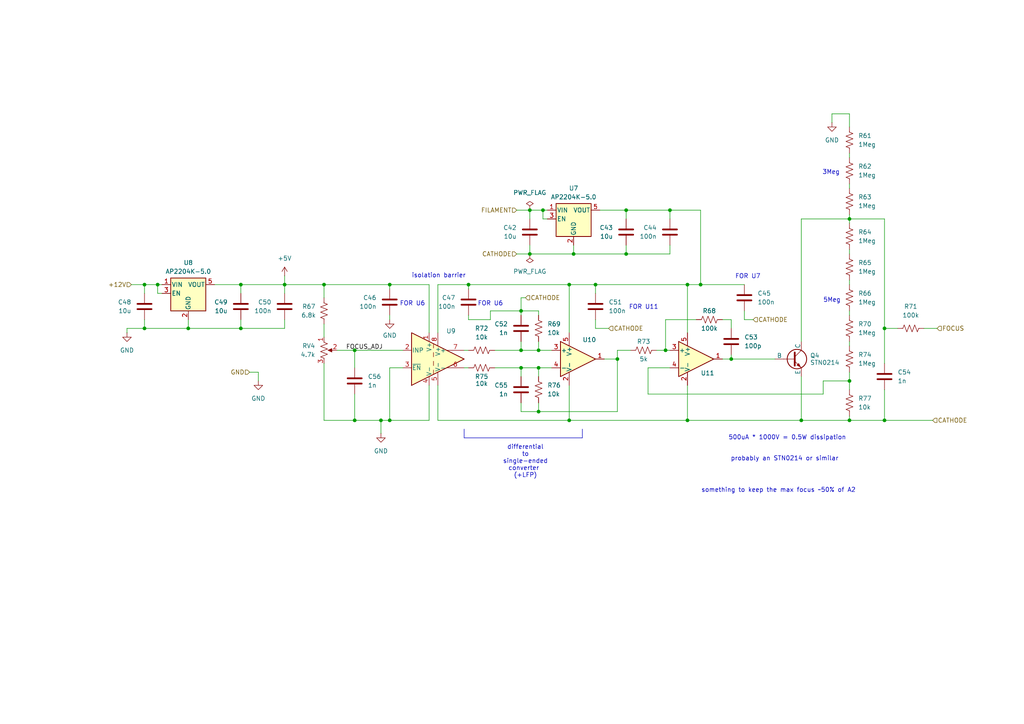
<source format=kicad_sch>
(kicad_sch (version 20250114) (generator "eeschema") (generator_version "9.0")
  (paper "A4")
  (lib_symbols
    (symbol "Amplifier_Difference:AMC1311" (pin_names (offset 0.127))
      (property "Reference" "U" (at 7.62 8.89 0))
      (property "Value" "AMC1311" (at 1.27 6.35 0))
      (symbol "AMC1311_0_1"
        (polyline (pts (xy -7.62 -7.62) (xy -7.62 7.62) (xy 7.62 0) (xy -7.62 -7.62)) (stroke (width 0.254)) (fill (type background)))
        (polyline (pts (xy -1.27 4.445) (xy -1.27 3.175)))
        (polyline (pts (xy -1.27 1.905) (xy -1.27 0.635)))
        (polyline (pts (xy -1.27 -0.635) (xy -1.27 -1.905)))
        (polyline (pts (xy -1.27 -3.175) (xy -1.27 -4.445)))
      )
      (symbol "AMC1311_1_1"
        (pin input line (at -10.16 2.54 0) (length 2.54) (name "INP") (number "2"))
        (pin input line (at -10.16 -2.54 0) (length 2.54) (name "~{EN}") (number "3"))
        (pin power_in line (at -2.54 7.62 270) (length 2.54) (name "V+") (number "1"))
        (pin power_in line (at -2.54 -7.62 90) (length 2.54) (name "V-") (number "4"))
        (pin power_in line (at 0 7.62 270) (length 3.81) (name "V+") (number "8"))
        (pin power_in line (at 0 -7.62 90) (length 3.81) (name "V-") (number "5"))
        (pin output line (at 7.62 2.54 180) (length 5.08) (name "+") (number "7"))
        (pin output line (at 7.62 -2.54 180) (length 5.08) (name "-") (number "6"))
      )
    )
    (symbol "Amplifier_Operational:TLV2371DBV" (pin_names (offset 0.127))
      (property "Reference" "U" (at -1.27 6.35 0))
      (property "Value" "TLV2371DBV" (at -1.27 3.81 0))
      (symbol "TLV2371DBV_0_1"
        (polyline (pts (xy -5.08 5.08) (xy 5.08 0) (xy -5.08 -5.08) (xy -5.08 5.08)) (stroke (width 0.254)) (fill (type background)))
        (pin power_in line (at -2.54 7.62 270) (length 3.81) (name "V+") (number "5"))
        (pin power_in line (at -2.54 -7.62 90) (length 3.81) (name "V-") (number "2"))
      )
      (symbol "TLV2371DBV_1_1"
        (pin input line (at -7.62 2.54 0) (length 2.54) (name "+") (number "3"))
        (pin input line (at -7.62 -2.54 0) (length 2.54) (name "-") (number "4"))
        (pin output line (at 7.62 0 180) (length 2.54) (name "~") (number "1"))
      )
    )
    (symbol "Device:C" (pin_numbers (hide yes)) (pin_names (offset 0.254))
      (property "Reference" "C" (at 0.635 2.54 0))
      (property "Value" "C" (at 0.635 -2.54 0))
      (symbol "C_0_1"
        (polyline (pts (xy -2.032 0.762) (xy 2.032 0.762)) (stroke (width 0.508)))
        (polyline (pts (xy -2.032 -0.762) (xy 2.032 -0.762)) (stroke (width 0.508)))
      )
      (symbol "C_1_1"
        (pin passive line (at 0 3.81 270) (length 2.794) (name "~") (number "1"))
        (pin passive line (at 0 -3.81 90) (length 2.794) (name "~") (number "2"))
      )
    )
    (symbol "Device:R_Potentiometer_US" (pin_names (offset 1.016) (hide yes))
      (property "Reference" "RV" (at -4.445 0 90))
      (property "Value" "R_Potentiometer_US" (at -2.54 0 90))
      (symbol "R_Potentiometer_US_0_1"
        (polyline (pts (xy 0 2.54) (xy 0 2.286)))
        (polyline (pts (xy 0 2.286) (xy 1.016 1.905) (xy 0 1.524) (xy -1.016 1.143) (xy 0 0.762)))
        (polyline (pts (xy 0 0.762) (xy 1.016 0.381) (xy 0 0) (xy -1.016 -0.381) (xy 0 -0.762)))
        (polyline (pts (xy 0 -0.762) (xy 1.016 -1.143) (xy 0 -1.524) (xy -1.016 -1.905) (xy 0 -2.286)))
        (polyline (pts (xy 0 -2.286) (xy 0 -2.54)))
        (polyline (pts (xy 1.143 0) (xy 2.286 0.508) (xy 2.286 -0.508) (xy 1.143 0)) (fill (type outline)))
        (polyline (pts (xy 2.54 0) (xy 1.524 0)))
      )
      (symbol "R_Potentiometer_US_1_1"
        (pin passive line (at 0 3.81 270) (length 1.27) (name "1") (number "1"))
        (pin passive line (at 0 -3.81 90) (length 1.27) (name "3") (number "3"))
        (pin passive line (at 3.81 0 180) (length 1.27) (name "2") (number "2"))
      )
    )
    (symbol "Device:R_US" (pin_numbers (hide yes)) (pin_names (offset 0))
      (property "Reference" "R" (at 2.54 0 90))
      (property "Value" "R_US" (at -2.54 0 90))
      (symbol "R_US_0_1"
        (polyline (pts (xy 0 2.286) (xy 0 2.54)))
        (polyline (pts (xy 0 2.286) (xy 1.016 1.905) (xy 0 1.524) (xy -1.016 1.143) (xy 0 0.762)))
        (polyline (pts (xy 0 0.762) (xy 1.016 0.381) (xy 0 0) (xy -1.016 -0.381) (xy 0 -0.762)))
        (polyline (pts (xy 0 -0.762) (xy 1.016 -1.143) (xy 0 -1.524) (xy -1.016 -1.905) (xy 0 -2.286)))
        (polyline (pts (xy 0 -2.286) (xy 0 -2.54)))
      )
      (symbol "R_US_1_1"
        (pin passive line (at 0 3.81 270) (length 1.27) (name "~") (number "1"))
        (pin passive line (at 0 -3.81 90) (length 1.27) (name "~") (number "2"))
      )
    )
    (symbol "Regulator_Linear:AP2204K-5.0" (pin_names (offset 0.254))
      (property "Reference" "U" (at -5.08 5.715 0))
      (property "Value" "AP2204K-5.0" (at 0 5.715 0))
      (symbol "AP2204K-5.0_0_1"
        (rectangle (start -5.08 4.445) (end 5.08 -5.08) (stroke (width 0.254)) (fill (type background)))
      )
      (symbol "AP2204K-5.0_1_1"
        (pin power_in line (at -7.62 2.54 0) (length 2.54) (name "VIN") (number "1"))
        (pin input line (at -7.62 0 0) (length 2.54) (name "EN") (number "3"))
        (pin power_in line (at 0 -7.62 90) (length 2.54) (name "GND") (number "2"))
        (pin no_connect line (at 5.08 0 180) (length 2.54) (hide yes) (name "NC") (number "4"))
        (pin power_out line (at 7.62 2.54 180) (length 2.54) (name "VOUT") (number "5"))
      )
    )
    (symbol "Simulation_SPICE:NPN" (pin_numbers (hide yes)) (pin_names (offset 0))
      (property "Reference" "Q" (at -2.54 7.62 0))
      (property "Value" "NPN" (at -2.54 5.08 0))
      (symbol "NPN_0_1"
        (polyline (pts (xy -2.54 0) (xy 0.635 0)) (stroke (width 0.1524)))
        (polyline (pts (xy 0.635 1.905) (xy 0.635 -1.905) (xy 0.635 -1.905)) (stroke (width 0.508)))
        (polyline (pts (xy 0.635 0.635) (xy 2.54 2.54)))
        (polyline (pts (xy 0.635 -0.635) (xy 2.54 -2.54) (xy 2.54 -2.54)))
        (circle (center 1.27 0) (radius 2.8194) (stroke (width 0.254)))
        (polyline (pts (xy 1.27 -1.778) (xy 1.778 -1.27) (xy 2.286 -2.286) (xy 1.27 -1.778) (xy 1.27 -1.778)) (fill (type outline)))
        (polyline (pts (xy 2.794 -1.27) (xy 2.794 -1.27)) (stroke (width 0.1524)))
        (polyline (pts (xy 2.794 -1.27) (xy 2.794 -1.27)) (stroke (width 0.1524)))
      )
      (symbol "NPN_1_1"
        (pin input line (at -5.08 0 0) (length 2.54) (name "B") (number "2"))
        (pin open_collector line (at 2.54 5.08 270) (length 2.54) (name "C") (number "1"))
        (pin open_emitter line (at 2.54 -5.08 90) (length 2.54) (name "E") (number "3"))
      )
    )
    (symbol "TLV2371DBV_1" (pin_names (offset 0.127))
      (property "Reference" "U11" (at 3.302 -4.064 0))
      (symbol "TLV2371DBV_1_0_1"
        (polyline (pts (xy -5.08 5.08) (xy 5.08 0) (xy -5.08 -5.08) (xy -5.08 5.08)) (stroke (width 0.254)) (fill (type background)))
        (pin power_in line (at -2.54 7.62 270) (length 3.81) (name "V+") (number "5"))
        (pin power_in line (at -2.54 -7.62 90) (length 3.81) (name "V-") (number "2"))
      )
      (symbol "TLV2371DBV_1_1_1"
        (pin input line (at -7.62 2.54 0) (length 2.54) (name "+") (number "3"))
        (pin input line (at -7.62 -2.54 0) (length 2.54) (name "-") (number "4"))
        (pin output line (at 7.62 0 180) (length 2.54) (name "~") (number "1"))
      )
    )
    (symbol "power:+5V" (power) (pin_numbers (hide yes)) (pin_names (offset 0) (hide yes))
      (property "Value" "+5V" (at 0 3.556 0))
      (symbol "+5V_0_1"
        (polyline (pts (xy -0.762 1.27) (xy 0 2.54)))
        (polyline (pts (xy 0 2.54) (xy 0.762 1.27)))
        (polyline (pts (xy 0 0) (xy 0 2.54)))
      )
      (symbol "+5V_1_1"
        (pin power_in line (at 0 0 90) (length 0) (name "~") (number "1"))
      )
    )
    (symbol "power:GND" (power) (pin_numbers (hide yes)) (pin_names (offset 0) (hide yes))
      (property "Value" "GND" (at 0 -3.81 0))
      (symbol "GND_0_1"
        (polyline (pts (xy 0 0) (xy 0 -1.27) (xy 1.27 -1.27) (xy 0 -2.54) (xy -1.27 -1.27) (xy 0 -1.27)))
      )
      (symbol "GND_1_1"
        (pin power_in line (at 0 0 270) (length 0) (name "~") (number "1"))
      )
    )
    (symbol "power:PWR_FLAG" (power) (pin_numbers (hide yes)) (pin_names (offset 0) (hide yes))
      (property "Value" "PWR_FLAG" (at 0 3.81 0))
      (symbol "PWR_FLAG_0_0"
        (pin power_out line (at 0 0 90) (length 0) (name "~") (number "1"))
      )
      (symbol "PWR_FLAG_0_1"
        (polyline (pts (xy 0 0) (xy 0 1.27) (xy -1.016 1.905) (xy 0 2.54) (xy 1.016 1.905) (xy 0 1.27)))
      )
    )
  )
  (text "isolation barrier" (at 127.254 80.01 0) (effects (font (size 1.27 1.27))))
  (text "probably an STN0214 or similar" (at 227.584 133.096 0) (effects (font (size 1.27 1.27))))
  (text "differential\nto\nsingle-ended\nconverter \n(+LFP)" (at 152.4 133.858 0) (effects (font (size 1.27 1.27))))
  (text "something to keep the max focus ~50% of A2" (at 225.806 142.24 0) (effects (font (size 1.27 1.27))))
  (text "FOR U11" (at 186.69 89.154 0) (effects (font (size 1.27 1.27))))
  (text "3Meg" (at 241.046 50.038 0) (effects (font (size 1.27 1.27))))
  (text "FOR U7" (at 216.916 80.264 0) (effects (font (size 1.27 1.27))))
  (text "FOR U6" (at 142.24 88.138 0) (effects (font (size 1.27 1.27))))
  (text "500uA * 1000V = 0.5W dissipation" (at 228.346 127 0) (effects (font (size 1.27 1.27))))
  (text "FOR U6" (at 119.634 88.138 0) (effects (font (size 1.27 1.27))))
  (text "5Meg" (at 241.3 87.122 0) (effects (font (size 1.27 1.27))))
  (junction (at 54.61 95.25))
  (junction (at 156.21 119.38))
  (junction (at 151.13 90.17))
  (junction (at 156.21 101.6))
  (junction (at 102.87 121.92))
  (junction (at 194.31 60.96))
  (junction (at 151.13 101.6))
  (junction (at 113.03 82.55))
  (junction (at 165.1 82.55))
  (junction (at 82.55 82.55))
  (junction (at 157.48 60.96))
  (junction (at 156.21 106.68))
  (junction (at 41.91 95.25))
  (junction (at 179.07 104.14))
  (junction (at 113.03 121.92))
  (junction (at 256.54 121.92))
  (junction (at 165.1 121.92))
  (junction (at 256.54 95.25))
  (junction (at 69.85 95.25))
  (junction (at 151.13 106.68))
  (junction (at 246.38 110.49))
  (junction (at 110.49 121.92))
  (junction (at 153.67 60.96))
  (junction (at 246.38 121.92))
  (junction (at 203.2 82.55))
  (junction (at 166.37 73.66))
  (junction (at 199.39 82.55))
  (junction (at 232.41 121.92))
  (junction (at 69.85 82.55))
  (junction (at 45.72 82.55))
  (junction (at 102.87 101.6))
  (junction (at 135.89 82.55))
  (junction (at 172.72 82.55))
  (junction (at 181.61 73.66))
  (junction (at 199.39 121.92))
  (junction (at 212.09 104.14))
  (junction (at 246.38 63.5))
  (junction (at 93.98 82.55))
  (junction (at 41.91 82.55))
  (junction (at 181.61 60.96))
  (junction (at 153.67 73.66))
  (junction (at 193.04 101.6))
  (wire (pts (xy 69.85 82.55) (xy 82.55 82.55)))
  (wire (pts (xy 151.13 90.17) (xy 156.21 90.17)))
  (wire (pts (xy 246.38 81.28) (xy 246.38 82.55)))
  (wire (pts (xy 246.38 90.17) (xy 246.38 91.44)))
  (wire (pts (xy 149.86 73.66) (xy 153.67 73.66)))
  (wire (pts (xy 93.98 82.55) (xy 113.03 82.55)))
  (wire (pts (xy 110.49 121.92) (xy 110.49 125.73)))
  (wire (pts (xy 113.03 106.68) (xy 113.03 121.92)))
  (wire (pts (xy 156.21 90.17) (xy 156.21 91.44)))
  (wire (pts (xy 151.13 90.17) (xy 151.13 91.44)))
  (wire (pts (xy 69.85 95.25) (xy 82.55 95.25)))
  (wire (pts (xy 143.51 101.6) (xy 151.13 101.6)))
  (wire (pts (xy 36.83 95.25) (xy 41.91 95.25)))
  (wire (pts (xy 246.38 121.92) (xy 256.54 121.92)))
  (wire (pts (xy 36.83 96.52) (xy 36.83 95.25)))
  (wire (pts (xy 199.39 121.92) (xy 232.41 121.92)))
  (wire (pts (xy 172.72 95.25) (xy 172.72 92.71)))
  (wire (pts (xy 156.21 116.84) (xy 156.21 119.38)))
  (wire (pts (xy 82.55 82.55) (xy 93.98 82.55)))
  (wire (pts (xy 172.72 82.55) (xy 172.72 85.09)))
  (wire (pts (xy 246.38 63.5) (xy 246.38 64.77)))
  (wire (pts (xy 209.55 92.71) (xy 212.09 92.71)))
  (wire (pts (xy 172.72 82.55) (xy 199.39 82.55)))
  (wire (pts (xy 142.24 92.71) (xy 142.24 90.17)))
  (wire (pts (xy 241.3 33.02) (xy 241.3 35.56)))
  (wire (pts (xy 194.31 106.68) (xy 187.96 106.68)))
  (wire (pts (xy 190.5 101.6) (xy 193.04 101.6)))
  (wire (pts (xy 165.1 111.76) (xy 165.1 121.92)))
  (wire (pts (xy 153.67 73.66) (xy 166.37 73.66)))
  (wire (pts (xy 238.76 114.3) (xy 187.96 114.3)))
  (wire (pts (xy 124.46 121.92) (xy 113.03 121.92)))
  (wire (pts (xy 93.98 82.55) (xy 93.98 86.36)))
  (wire (pts (xy 72.39 107.95) (xy 74.93 107.95)))
  (wire (pts (xy 45.72 82.55) (xy 46.99 82.55)))
  (wire (pts (xy 151.13 101.6) (xy 156.21 101.6)))
  (wire (pts (xy 165.1 121.92) (xy 199.39 121.92)))
  (wire (pts (xy 143.51 106.68) (xy 151.13 106.68)))
  (wire (pts (xy 166.37 71.12) (xy 166.37 73.66)))
  (wire (pts (xy 158.75 63.5) (xy 157.48 63.5)))
  (wire (pts (xy 215.9 82.55) (xy 203.2 82.55)))
  (wire (pts (xy 135.89 82.55) (xy 165.1 82.55)))
  (wire (pts (xy 45.72 85.09) (xy 45.72 82.55)))
  (wire (pts (xy 203.2 82.55) (xy 199.39 82.55)))
  (wire (pts (xy 179.07 104.14) (xy 179.07 101.6)))
  (wire (pts (xy 156.21 106.68) (xy 156.21 109.22)))
  (wire (pts (xy 113.03 82.55) (xy 113.03 83.82)))
  (wire (pts (xy 156.21 106.68) (xy 160.02 106.68)))
  (wire (pts (xy 157.48 63.5) (xy 157.48 60.96)))
  (wire (pts (xy 246.38 99.06) (xy 246.38 100.33)))
  (wire (pts (xy 193.04 101.6) (xy 194.31 101.6)))
  (wire (pts (xy 256.54 95.25) (xy 256.54 105.41)))
  (wire (pts (xy 41.91 82.55) (xy 45.72 82.55)))
  (wire (pts (xy 256.54 121.92) (xy 270.51 121.92)))
  (wire (pts (xy 151.13 106.68) (xy 156.21 106.68)))
  (wire (pts (xy 151.13 86.36) (xy 151.13 90.17)))
  (wire (pts (xy 181.61 73.66) (xy 194.31 73.66)))
  (wire (pts (xy 212.09 92.71) (xy 212.09 95.25)))
  (wire (pts (xy 179.07 119.38) (xy 179.07 104.14)))
  (wire (pts (xy 201.93 92.71) (xy 193.04 92.71)))
  (wire (pts (xy 38.1 82.55) (xy 41.91 82.55)))
  (wire (pts (xy 179.07 101.6) (xy 182.88 101.6)))
  (wire (pts (xy 181.61 73.66) (xy 181.61 71.12)))
  (wire (pts (xy 173.99 60.96) (xy 181.61 60.96)))
  (wire (pts (xy 151.13 106.68) (xy 151.13 109.22)))
  (wire (pts (xy 246.38 53.34) (xy 246.38 54.61)))
  (wire (pts (xy 194.31 60.96) (xy 203.2 60.96)))
  (wire (pts (xy 113.03 91.44) (xy 113.03 92.71)))
  (wire (pts (xy 62.23 82.55) (xy 69.85 82.55)))
  (wire (pts (xy 246.38 63.5) (xy 256.54 63.5)))
  (wire (pts (xy 135.89 92.71) (xy 142.24 92.71)))
  (wire (pts (xy 232.41 121.92) (xy 246.38 121.92)))
  (polyline (pts (xy 134.62 124.46) (xy 134.62 127)))
  (wire (pts (xy 54.61 92.71) (xy 54.61 95.25)))
  (wire (pts (xy 215.9 92.71) (xy 218.44 92.71)))
  (wire (pts (xy 41.91 82.55) (xy 41.91 85.09)))
  (wire (pts (xy 165.1 82.55) (xy 165.1 96.52)))
  (wire (pts (xy 127 82.55) (xy 135.89 82.55)))
  (wire (pts (xy 181.61 60.96) (xy 194.31 60.96)))
  (wire (pts (xy 134.62 101.6) (xy 135.89 101.6)))
  (wire (pts (xy 102.87 121.92) (xy 110.49 121.92)))
  (wire (pts (xy 93.98 121.92) (xy 93.98 105.41)))
  (wire (pts (xy 153.67 60.96) (xy 153.67 63.5)))
  (wire (pts (xy 175.26 104.14) (xy 179.07 104.14)))
  (wire (pts (xy 212.09 104.14) (xy 224.79 104.14)))
  (wire (pts (xy 246.38 62.23) (xy 246.38 63.5)))
  (wire (pts (xy 246.38 110.49) (xy 238.76 110.49)))
  (wire (pts (xy 199.39 111.76) (xy 199.39 121.92)))
  (wire (pts (xy 193.04 92.71) (xy 193.04 101.6)))
  (wire (pts (xy 246.38 72.39) (xy 246.38 73.66)))
  (wire (pts (xy 246.38 44.45) (xy 246.38 45.72)))
  (polyline (pts (xy 134.62 127) (xy 168.91 127)))
  (wire (pts (xy 153.67 60.96) (xy 157.48 60.96)))
  (wire (pts (xy 267.97 95.25) (xy 271.78 95.25)))
  (wire (pts (xy 93.98 121.92) (xy 102.87 121.92)))
  (wire (pts (xy 116.84 106.68) (xy 113.03 106.68)))
  (wire (pts (xy 153.67 71.12) (xy 153.67 73.66)))
  (wire (pts (xy 127 111.76) (xy 127 121.92)))
  (wire (pts (xy 241.3 33.02) (xy 246.38 33.02)))
  (wire (pts (xy 212.09 102.87) (xy 212.09 104.14)))
  (wire (pts (xy 135.89 106.68) (xy 134.62 106.68)))
  (wire (pts (xy 156.21 119.38) (xy 179.07 119.38)))
  (wire (pts (xy 157.48 60.96) (xy 158.75 60.96)))
  (wire (pts (xy 113.03 121.92) (xy 110.49 121.92)))
  (wire (pts (xy 41.91 92.71) (xy 41.91 95.25)))
  (polyline (pts (xy 168.91 124.46) (xy 168.91 127)))
  (wire (pts (xy 82.55 82.55) (xy 82.55 85.09)))
  (wire (pts (xy 166.37 73.66) (xy 181.61 73.66)))
  (wire (pts (xy 232.41 109.22) (xy 232.41 121.92)))
  (wire (pts (xy 41.91 95.25) (xy 54.61 95.25)))
  (wire (pts (xy 232.41 63.5) (xy 246.38 63.5)))
  (wire (pts (xy 215.9 90.17) (xy 215.9 92.71)))
  (wire (pts (xy 102.87 114.3) (xy 102.87 121.92)))
  (wire (pts (xy 256.54 95.25) (xy 260.35 95.25)))
  (wire (pts (xy 149.86 60.96) (xy 153.67 60.96)))
  (wire (pts (xy 209.55 104.14) (xy 212.09 104.14)))
  (wire (pts (xy 194.31 73.66) (xy 194.31 71.12)))
  (wire (pts (xy 142.24 90.17) (xy 151.13 90.17)))
  (wire (pts (xy 82.55 80.01) (xy 82.55 82.55)))
  (wire (pts (xy 238.76 110.49) (xy 238.76 114.3)))
  (wire (pts (xy 152.4 86.36) (xy 151.13 86.36)))
  (wire (pts (xy 82.55 95.25) (xy 82.55 92.71)))
  (wire (pts (xy 93.98 93.98) (xy 93.98 97.79)))
  (wire (pts (xy 54.61 95.25) (xy 69.85 95.25)))
  (wire (pts (xy 199.39 82.55) (xy 199.39 96.52)))
  (wire (pts (xy 46.99 85.09) (xy 45.72 85.09)))
  (wire (pts (xy 165.1 82.55) (xy 172.72 82.55)))
  (wire (pts (xy 246.38 36.83) (xy 246.38 33.02)))
  (wire (pts (xy 246.38 107.95) (xy 246.38 110.49)))
  (wire (pts (xy 74.93 107.95) (xy 74.93 110.49)))
  (wire (pts (xy 151.13 99.06) (xy 151.13 101.6)))
  (wire (pts (xy 246.38 120.65) (xy 246.38 121.92)))
  (wire (pts (xy 113.03 82.55) (xy 124.46 82.55)))
  (wire (pts (xy 124.46 82.55) (xy 124.46 96.52)))
  (wire (pts (xy 156.21 99.06) (xy 156.21 101.6)))
  (wire (pts (xy 256.54 63.5) (xy 256.54 95.25)))
  (wire (pts (xy 135.89 82.55) (xy 135.89 83.82)))
  (wire (pts (xy 69.85 95.25) (xy 69.85 92.71)))
  (wire (pts (xy 102.87 101.6) (xy 116.84 101.6)))
  (wire (pts (xy 135.89 91.44) (xy 135.89 92.71)))
  (wire (pts (xy 181.61 60.96) (xy 181.61 63.5)))
  (wire (pts (xy 127 121.92) (xy 165.1 121.92)))
  (wire (pts (xy 151.13 119.38) (xy 156.21 119.38)))
  (wire (pts (xy 124.46 111.76) (xy 124.46 121.92)))
  (wire (pts (xy 127 82.55) (xy 127 96.52)))
  (wire (pts (xy 203.2 60.96) (xy 203.2 82.55)))
  (wire (pts (xy 172.72 95.25) (xy 176.53 95.25)))
  (wire (pts (xy 187.96 106.68) (xy 187.96 114.3)))
  (wire (pts (xy 69.85 82.55) (xy 69.85 85.09)))
  (wire (pts (xy 97.79 101.6) (xy 102.87 101.6)))
  (wire (pts (xy 256.54 113.03) (xy 256.54 121.92)))
  (wire (pts (xy 232.41 99.06) (xy 232.41 63.5)))
  (wire (pts (xy 194.31 60.96) (xy 194.31 63.5)))
  (wire (pts (xy 102.87 101.6) (xy 102.87 106.68)))
  (wire (pts (xy 151.13 116.84) (xy 151.13 119.38)))
  (wire (pts (xy 156.21 101.6) (xy 160.02 101.6)))
  (wire (pts (xy 246.38 110.49) (xy 246.38 113.03)))
  (label "FOCUS_ADJ" (at 100.33 101.6 0))
  (hierarchical_label "CATHODE" (shape input) (at 149.86 73.66 180))
  (hierarchical_label "CATHODE" (shape input) (at 152.4 86.36 0))
  (hierarchical_label "FOCUS" (shape input) (at 271.78 95.25 0))
  (hierarchical_label "GND" (shape input) (at 72.39 107.95 180))
  (hierarchical_label "CATHODE" (shape input) (at 270.51 121.92 0))
  (hierarchical_label "CATHODE" (shape input) (at 176.53 95.25 0))
  (hierarchical_label "CATHODE" (shape input) (at 218.44 92.71 0))
  (hierarchical_label "FILAMENT" (shape input) (at 149.86 60.96 180))
  (hierarchical_label "+12V" (shape input) (at 38.1 82.55 180))
  (symbol (lib_id "Device:R_US") (at 156.21 113.03 0) (unit 1)
    (property "Reference" "R76" (at 158.75 111.7599 0) (effects (justify left)))
    (property "Value" "10k" (at 158.75 114.2999 0) (effects (justify left)))
    (property "Footprint" "Resistor_SMD:R_0603_1608Metric" (effects (hide yes)))
    (property "Description" "Resistor, US symbol" (effects (hide yes)))
  )
  (symbol (lib_id "Device:C") (at 113.03 87.63 0) (mirror y) (unit 1)
    (property "Reference" "C46" (at 109.22 86.3599 0) (effects (justify left)))
    (property "Value" "100n" (at 109.22 88.8999 0) (effects (justify left)))
    (property "Footprint" "Capacitor_SMD:C_0603_1608Metric" (effects (hide yes)))
    (property "Description" "Unpolarized capacitor" (effects (hide yes)))
  )
  (symbol (lib_id "Device:R_US") (at 246.38 58.42 0) (unit 1)
    (property "Reference" "R63" (at 248.92 57.1499 0) (effects (justify left)))
    (property "Value" "1Meg" (at 248.92 59.6899 0) (effects (justify left)))
    (property "Footprint" "Resistor_SMD:R_1206_3216Metric" (effects (hide yes)))
    (property "Description" "Resistor, US symbol" (effects (hide yes)))
  )
  (symbol (lib_id "power:GND") (at 110.49 125.73 0) (unit 1)
    (property "Reference" "#PWR050" (effects (hide yes)))
    (property "Value" "GND" (at 110.49 130.81 0))
    (property "Description" "Power symbol creates a global label with name \"GND\" , ground" (effects (hide yes)))
  )
  (symbol (lib_name "TLV2371DBV_1") (lib_id "Amplifier_Operational:TLV2371DBV") (at 201.93 104.14 0) (unit 1)
    (property "Reference" "U11" (at 205.232 108.204 0))
    (property "Value" "TLV314QDBVR" (effects (hide yes)))
    (property "Footprint" "Package_TO_SOT_SMD:SOT-23-5" (effects (hide yes)))
    (property "Datasheet" "http://www.ti.com/lit/ds/symlink/tlv2375.pdf" (effects (hide yes)))
    (property "Description" "Rail-to-Rail Input/Output Operational Amplifier, SOT-23-5" (effects (hide yes)))
  )
  (symbol (lib_id "Regulator_Linear:AP2204K-5.0") (at 166.37 63.5 0) (unit 1)
    (property "Reference" "U7" (at 166.37 54.61 0))
    (property "Value" "AP2204K-5.0" (at 166.37 57.15 0))
    (property "Footprint" "Package_TO_SOT_SMD:SOT-23-5" (effects (hide yes)))
    (property "Datasheet" "https://www.diodes.com/assets/Datasheets/AP2204.pdf" (effects (hide yes)))
    (property "Description" "150mA low dropout linear regulator, wide input voltage range, 5.0V fixed positive output, SOT-23-5" (effects (hide yes)))
  )
  (symbol (lib_id "Device:C") (at 194.31 67.31 0) (mirror y) (unit 1)
    (property "Reference" "C44" (at 190.5 66.0399 0) (effects (justify left)))
    (property "Value" "100n" (at 190.5 68.5799 0) (effects (justify left)))
    (property "Footprint" "Capacitor_SMD:C_0603_1608Metric" (effects (hide yes)))
    (property "Description" "Unpolarized capacitor" (effects (hide yes)))
  )
  (symbol (lib_id "power:PWR_FLAG") (at 153.67 60.96 0) (unit 1)
    (property "Reference" "#FLG04" (effects (hide yes)))
    (property "Value" "PWR_FLAG" (at 153.67 55.88 0))
    (property "Description" "Special symbol for telling ERC where power comes from" (effects (hide yes)))
  )
  (symbol (lib_id "Device:C") (at 256.54 109.22 0) (unit 1)
    (property "Reference" "C54" (at 260.35 107.9499 0) (effects (justify left)))
    (property "Value" "1n" (at 260.35 110.4899 0) (effects (justify left)))
    (property "Footprint" "Capacitor_SMD:C_1206_3216Metric" (effects (hide yes)))
    (property "Description" "Unpolarized capacitor" (effects (hide yes)))
  )
  (symbol (lib_id "Device:C") (at 135.89 87.63 0) (mirror y) (unit 1)
    (property "Reference" "C47" (at 132.08 86.3599 0) (effects (justify left)))
    (property "Value" "100n" (at 132.08 88.8999 0) (effects (justify left)))
    (property "Footprint" "Capacitor_SMD:C_0603_1608Metric" (effects (hide yes)))
    (property "Description" "Unpolarized capacitor" (effects (hide yes)))
  )
  (symbol (lib_id "Device:R_US") (at 156.21 95.25 0) (unit 1)
    (property "Reference" "R69" (at 158.75 93.9799 0) (effects (justify left)))
    (property "Value" "10k" (at 158.75 96.5199 0) (effects (justify left)))
    (property "Footprint" "Resistor_SMD:R_0603_1608Metric" (effects (hide yes)))
    (property "Description" "Resistor, US symbol" (effects (hide yes)))
  )
  (symbol (lib_id "Device:R_US") (at 246.38 40.64 0) (unit 1)
    (property "Reference" "R61" (at 248.92 39.3699 0) (effects (justify left)))
    (property "Value" "1Meg" (at 248.92 41.9099 0) (effects (justify left)))
    (property "Footprint" "Resistor_SMD:R_1206_3216Metric" (effects (hide yes)))
    (property "Description" "Resistor, US symbol" (effects (hide yes)))
  )
  (symbol (lib_id "Amplifier_Difference:AMC1311") (at 127 104.14 0) (unit 1)
    (property "Reference" "U9" (at 130.81 96.012 0))
    (property "Value" "AMC1311" (effects (hide yes)))
    (property "Footprint" "Package_SO:SOIC-8_7.5x5.85mm_P1.27mm" (effects (hide yes)))
    (property "Datasheet" "http://www.ti.com/lit/ds/symlink/amc1100.pdf" (effects (hide yes)))
    (property "Description" "Fully-differential isolated amplifier, fixed gain = 8, peak isolation voltage 4250V, transient immunity 2.5kV/us, UL1577/IEC60747-5-2 approved, SOIC-8" (effects (hide yes)))
  )
  (symbol (lib_id "Device:R_US") (at 93.98 90.17 0) (unit 1)
    (property "Reference" "R67" (at 87.63 88.9 0) (effects (justify left)))
    (property "Value" "6.8k" (at 87.376 91.44 0) (effects (justify left)))
    (property "Footprint" "Resistor_SMD:R_0603_1608Metric" (effects (hide yes)))
    (property "Description" "Resistor, US symbol" (effects (hide yes)))
  )
  (symbol (lib_id "Device:R_US") (at 246.38 86.36 0) (unit 1)
    (property "Reference" "R66" (at 248.92 85.0899 0) (effects (justify left)))
    (property "Value" "1Meg" (at 248.92 87.6299 0) (effects (justify left)))
    (property "Footprint" "Resistor_SMD:R_1206_3216Metric" (effects (hide yes)))
    (property "Description" "Resistor, US symbol" (effects (hide yes)))
  )
  (symbol (lib_id "Device:R_US") (at 246.38 104.14 0) (unit 1)
    (property "Reference" "R74" (at 248.92 102.8699 0) (effects (justify left)))
    (property "Value" "1Meg" (at 248.92 105.4099 0) (effects (justify left)))
    (property "Footprint" "Resistor_SMD:R_1206_3216Metric" (effects (hide yes)))
    (property "Description" "Resistor, US symbol" (effects (hide yes)))
  )
  (symbol (lib_id "Device:R_US") (at 139.7 101.6 90) (unit 1)
    (property "Reference" "R72" (at 139.7 95.25 90))
    (property "Value" "10k" (at 139.7 97.79 90))
    (property "Footprint" "Resistor_SMD:R_0603_1608Metric" (effects (hide yes)))
    (property "Description" "Resistor, US symbol" (effects (hide yes)))
  )
  (symbol (lib_id "Device:R_US") (at 246.38 77.47 0) (unit 1)
    (property "Reference" "R65" (at 248.92 76.1999 0) (effects (justify left)))
    (property "Value" "1Meg" (at 248.92 78.7399 0) (effects (justify left)))
    (property "Footprint" "Resistor_SMD:R_1206_3216Metric" (effects (hide yes)))
    (property "Description" "Resistor, US symbol" (effects (hide yes)))
  )
  (symbol (lib_id "Device:R_US") (at 264.16 95.25 90) (unit 1)
    (property "Reference" "R71" (at 264.16 88.9 90))
    (property "Value" "100k" (at 264.16 91.44 90))
    (property "Footprint" "Resistor_SMD:R_1206_3216Metric" (effects (hide yes)))
    (property "Description" "Resistor, US symbol" (effects (hide yes)))
  )
  (symbol (lib_id "power:GND") (at 36.83 96.52 0) (unit 1)
    (property "Reference" "#PWR048" (effects (hide yes)))
    (property "Value" "GND" (at 36.83 101.6 0))
    (property "Description" "Power symbol creates a global label with name \"GND\" , ground" (effects (hide yes)))
  )
  (symbol (lib_id "power:GND") (at 74.93 110.49 0) (unit 1)
    (property "Reference" "#PWR049" (effects (hide yes)))
    (property "Value" "GND" (at 74.93 115.57 0))
    (property "Description" "Power symbol creates a global label with name \"GND\" , ground" (effects (hide yes)))
  )
  (symbol (lib_id "Device:C") (at 212.09 99.06 0) (unit 1)
    (property "Reference" "C53" (at 215.9 97.7899 0) (effects (justify left)))
    (property "Value" "100p" (at 215.9 100.3299 0) (effects (justify left)))
    (property "Footprint" "Capacitor_SMD:C_0603_1608Metric" (effects (hide yes)))
    (property "Description" "Unpolarized capacitor" (effects (hide yes)))
  )
  (symbol (lib_id "Device:C") (at 82.55 88.9 0) (mirror y) (unit 1)
    (property "Reference" "C50" (at 78.74 87.6299 0) (effects (justify left)))
    (property "Value" "100n" (at 78.74 90.1699 0) (effects (justify left)))
    (property "Footprint" "Capacitor_SMD:C_0603_1608Metric" (effects (hide yes)))
    (property "Description" "Unpolarized capacitor" (effects (hide yes)))
  )
  (symbol (lib_id "Device:R_US") (at 246.38 49.53 0) (unit 1)
    (property "Reference" "R62" (at 248.92 48.2599 0) (effects (justify left)))
    (property "Value" "1Meg" (at 248.92 50.7999 0) (effects (justify left)))
    (property "Footprint" "Resistor_SMD:R_1206_3216Metric" (effects (hide yes)))
    (property "Description" "Resistor, US symbol" (effects (hide yes)))
  )
  (symbol (lib_id "Device:R_US") (at 186.69 101.6 90) (unit 1)
    (property "Reference" "R73" (at 186.69 99.06 90))
    (property "Value" "5k" (at 186.69 104.14 90))
    (property "Footprint" "Resistor_SMD:R_0603_1608Metric" (effects (hide yes)))
    (property "Description" "Resistor, US symbol" (effects (hide yes)))
  )
  (symbol (lib_id "Device:R_US") (at 246.38 68.58 0) (unit 1)
    (property "Reference" "R64" (at 248.92 67.3099 0) (effects (justify left)))
    (property "Value" "1Meg" (at 248.92 69.8499 0) (effects (justify left)))
    (property "Footprint" "Resistor_SMD:R_1206_3216Metric" (effects (hide yes)))
    (property "Description" "Resistor, US symbol" (effects (hide yes)))
  )
  (symbol (lib_id "Device:R_US") (at 139.7 106.68 90) (unit 1)
    (property "Reference" "R75" (at 139.7 109.22 90))
    (property "Value" "10k" (at 139.7 111.252 90))
    (property "Footprint" "Resistor_SMD:R_0603_1608Metric" (effects (hide yes)))
    (property "Description" "Resistor, US symbol" (effects (hide yes)))
  )
  (symbol (lib_id "Device:C") (at 102.87 110.49 0) (mirror y) (unit 1)
    (property "Reference" "C56" (at 106.68 109.2199 0) (effects (justify right)))
    (property "Value" "1n" (at 106.68 111.7599 0) (effects (justify right)))
    (property "Footprint" "Capacitor_SMD:C_0603_1608Metric" (effects (hide yes)))
    (property "Description" "Unpolarized capacitor" (effects (hide yes)))
  )
  (symbol (lib_id "Device:C") (at 41.91 88.9 0) (mirror y) (unit 1)
    (property "Reference" "C48" (at 38.1 87.6299 0) (effects (justify left)))
    (property "Value" "10u" (at 38.1 90.1699 0) (effects (justify left)))
    (property "Footprint" "Capacitor_SMD:C_0805_2012Metric" (effects (hide yes)))
    (property "Description" "Unpolarized capacitor" (effects (hide yes)))
  )
  (symbol (lib_id "Device:R_Potentiometer_US") (at 93.98 101.6 0) (unit 1)
    (property "Reference" "RV4" (at 91.44 100.3299 0) (effects (justify right)))
    (property "Value" "4.7k" (at 91.44 102.8699 0) (effects (justify right)))
    (property "Footprint" "Potentiometer_THT:Potentiometer_Bourns_3296W_Vertical" (effects (hide yes)))
    (property "Description" "Potentiometer, US symbol" (effects (hide yes)))
  )
  (symbol (lib_id "Device:C") (at 215.9 86.36 0) (unit 1)
    (property "Reference" "C45" (at 219.71 85.0899 0) (effects (justify left)))
    (property "Value" "100n" (at 219.71 87.6299 0) (effects (justify left)))
    (property "Footprint" "Capacitor_SMD:C_0603_1608Metric" (effects (hide yes)))
    (property "Description" "Unpolarized capacitor" (effects (hide yes)))
  )
  (symbol (lib_id "Device:R_US") (at 205.74 92.71 90) (unit 1)
    (property "Reference" "R68" (at 205.74 90.17 90))
    (property "Value" "100k" (at 205.74 95.25 90))
    (property "Footprint" "Resistor_SMD:R_0603_1608Metric" (effects (hide yes)))
    (property "Description" "Resistor, US symbol" (effects (hide yes)))
  )
  (symbol (lib_id "Device:C") (at 153.67 67.31 0) (mirror y) (unit 1)
    (property "Reference" "C42" (at 149.86 66.0399 0) (effects (justify left)))
    (property "Value" "10u" (at 149.86 68.5799 0) (effects (justify left)))
    (property "Footprint" "Capacitor_SMD:C_0805_2012Metric" (effects (hide yes)))
    (property "Description" "Unpolarized capacitor" (effects (hide yes)))
  )
  (symbol (lib_id "Regulator_Linear:AP2204K-5.0") (at 54.61 85.09 0) (unit 1)
    (property "Reference" "U8" (at 54.61 76.2 0))
    (property "Value" "AP2204K-5.0" (at 54.61 78.74 0))
    (property "Footprint" "Package_TO_SOT_SMD:SOT-23-5" (effects (hide yes)))
    (property "Datasheet" "https://www.diodes.com/assets/Datasheets/AP2204.pdf" (effects (hide yes)))
    (property "Description" "150mA low dropout linear regulator, wide input voltage range, 5.0V fixed positive output, SOT-23-5" (effects (hide yes)))
  )
  (symbol (lib_id "Amplifier_Operational:TLV2371DBV") (at 167.64 104.14 0) (unit 1)
    (property "Reference" "U10" (at 170.942 98.552 0))
    (property "Value" "TLV314QDBVR" (effects (hide yes)))
    (property "Footprint" "Package_TO_SOT_SMD:SOT-23-5" (effects (hide yes)))
    (property "Datasheet" "http://www.ti.com/lit/ds/symlink/tlv2375.pdf" (effects (hide yes)))
    (property "Description" "Rail-to-Rail Input/Output Operational Amplifier, SOT-23-5" (effects (hide yes)))
  )
  (symbol (lib_id "Simulation_SPICE:NPN") (at 229.87 104.14 0) (unit 1)
    (property "Reference" "Q4" (at 234.95 103.124 0) (effects (justify left)))
    (property "Value" "STN0214" (at 234.95 105.156 0) (effects (justify left)))
    (property "Footprint" "Package_TO_SOT_SMD:SOT-223-3_TabPin2" (effects (hide yes)))
    (property "Datasheet" "https://ngspice.sourceforge.io/docs/ngspice-html-manual/manual.xhtml#cha_BJTs" (effects (hide yes)))
    (property "Description" "Bipolar transistor symbol for simulation only, substrate tied to the emitter" (effects (hide yes)))
    (property "Sim.Device" "NPN" (effects (hide yes)))
    (property "Sim.Type" "GUMMELPOON" (effects (hide yes)))
    (property "Sim.Pins" "1=C 2=B 3=E" (effects (hide yes)))
  )
  (symbol (lib_id "Device:C") (at 181.61 67.31 0) (mirror y) (unit 1)
    (property "Reference" "C43" (at 177.8 66.0399 0) (effects (justify left)))
    (property "Value" "10u" (at 177.8 68.5799 0) (effects (justify left)))
    (property "Footprint" "Capacitor_SMD:C_0805_2012Metric" (effects (hide yes)))
    (property "Description" "Unpolarized capacitor" (effects (hide yes)))
  )
  (symbol (lib_id "Device:C") (at 172.72 88.9 0) (unit 1)
    (property "Reference" "C51" (at 176.53 87.6299 0) (effects (justify left)))
    (property "Value" "100n" (at 176.53 90.1699 0) (effects (justify left)))
    (property "Footprint" "Capacitor_SMD:C_0603_1608Metric" (effects (hide yes)))
    (property "Description" "Unpolarized capacitor" (effects (hide yes)))
  )
  (symbol (lib_id "power:+5V") (at 82.55 80.01 0) (unit 1)
    (property "Reference" "#PWR020" (effects (hide yes)))
    (property "Value" "+5V" (at 82.55 74.93 0))
    (property "Description" "Power symbol creates a global label with name \"+5V\"" (effects (hide yes)))
  )
  (symbol (lib_id "Device:C") (at 151.13 113.03 0) (unit 1)
    (property "Reference" "C55" (at 147.32 111.7599 0) (effects (justify right)))
    (property "Value" "1n" (at 147.32 114.2999 0) (effects (justify right)))
    (property "Footprint" "Capacitor_SMD:C_0603_1608Metric" (effects (hide yes)))
    (property "Description" "Unpolarized capacitor" (effects (hide yes)))
  )
  (symbol (lib_id "Device:R_US") (at 246.38 95.25 0) (unit 1)
    (property "Reference" "R70" (at 248.92 93.9799 0) (effects (justify left)))
    (property "Value" "1Meg" (at 248.92 96.5199 0) (effects (justify left)))
    (property "Footprint" "Resistor_SMD:R_1206_3216Metric" (effects (hide yes)))
    (property "Description" "Resistor, US symbol" (effects (hide yes)))
  )
  (symbol (lib_id "Device:R_US") (at 246.38 116.84 0) (unit 1)
    (property "Reference" "R77" (at 248.92 115.5699 0) (effects (justify left)))
    (property "Value" "10k" (at 248.92 118.1099 0) (effects (justify left)))
    (property "Footprint" "Resistor_SMD:R_0603_1608Metric" (effects (hide yes)))
    (property "Description" "Resistor, US symbol" (effects (hide yes)))
  )
  (symbol (lib_id "power:GND") (at 241.3 35.56 0) (unit 1)
    (property "Reference" "#PWR046" (effects (hide yes)))
    (property "Value" "GND" (at 241.3 40.64 0))
    (property "Description" "Power symbol creates a global label with name \"GND\" , ground" (effects (hide yes)))
  )
  (symbol (lib_id "Device:C") (at 69.85 88.9 0) (mirror y) (unit 1)
    (property "Reference" "C49" (at 66.04 87.6299 0) (effects (justify left)))
    (property "Value" "10u" (at 66.04 90.1699 0) (effects (justify left)))
    (property "Footprint" "Capacitor_SMD:C_0805_2012Metric" (effects (hide yes)))
    (property "Description" "Unpolarized capacitor" (effects (hide yes)))
  )
  (symbol (lib_id "power:PWR_FLAG") (at 153.67 73.66 180) (unit 1)
    (property "Reference" "#FLG05" (effects (hide yes)))
    (property "Value" "PWR_FLAG" (at 153.67 78.74 0))
    (property "Description" "Special symbol for telling ERC where power comes from" (effects (hide yes)))
  )
  (symbol (lib_id "Device:C") (at 151.13 95.25 0) (unit 1)
    (property "Reference" "C52" (at 147.32 93.9799 0) (effects (justify right)))
    (property "Value" "1n" (at 147.32 96.5199 0) (effects (justify right)))
    (property "Footprint" "Capacitor_SMD:C_0603_1608Metric" (effects (hide yes)))
    (property "Description" "Unpolarized capacitor" (effects (hide yes)))
  )
  (symbol (lib_id "power:GND") (at 113.03 92.71 0) (unit 1)
    (property "Reference" "#PWR047" (effects (hide yes)))
    (property "Value" "GND" (at 113.03 97.282 0))
    (property "Description" "Power symbol creates a global label with name \"GND\" , ground" (effects (hide yes)))
  )
)
</source>
